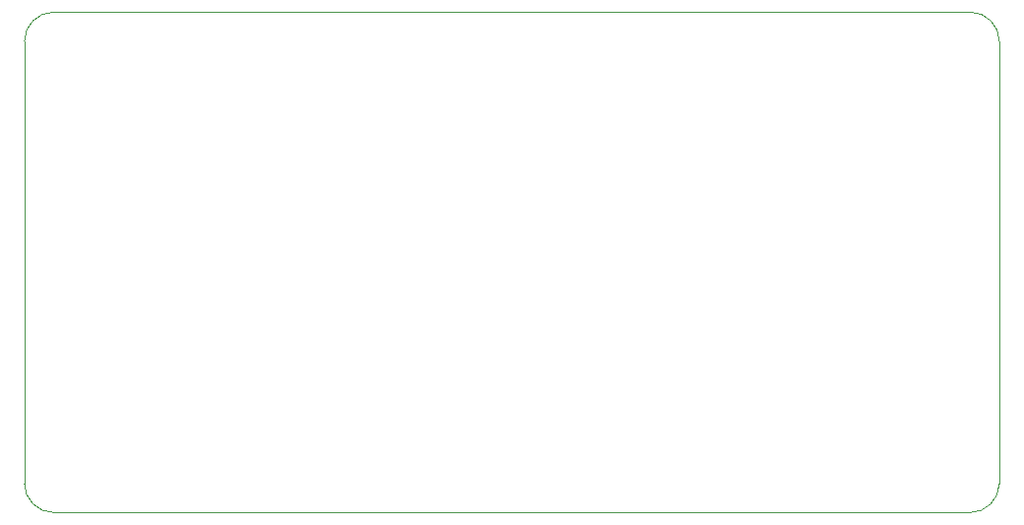
<source format=gbr>
%TF.GenerationSoftware,KiCad,Pcbnew,(6.0.6)*%
%TF.CreationDate,2022-07-15T17:58:14+10:00*%
%TF.ProjectId,SolderingInduction,536f6c64-6572-4696-9e67-496e64756374,1.0.0*%
%TF.SameCoordinates,PX8f0d180PY8f0d180*%
%TF.FileFunction,Profile,NP*%
%FSLAX46Y46*%
G04 Gerber Fmt 4.6, Leading zero omitted, Abs format (unit mm)*
G04 Created by KiCad (PCBNEW (6.0.6)) date 2022-07-15 17:58:14*
%MOMM*%
%LPD*%
G01*
G04 APERTURE LIST*
%TA.AperFunction,Profile*%
%ADD10C,0.010000*%
%TD*%
G04 APERTURE END LIST*
D10*
X40500000Y20000000D02*
G75*
G03*
X38000000Y22500000I-2500000J0D01*
G01*
X-43250000Y-18000000D02*
X-43250000Y20000000D01*
X38000000Y-20500000D02*
X-40750000Y-20500000D01*
X40500000Y20000000D02*
X40500000Y-18000000D01*
X-40750000Y22500000D02*
X38000000Y22500000D01*
X-40750000Y22500000D02*
G75*
G03*
X-43250000Y20000000I0J-2500000D01*
G01*
X38000000Y-20500000D02*
G75*
G03*
X40500000Y-18000000I0J2500000D01*
G01*
X-43250000Y-18000000D02*
G75*
G03*
X-40750000Y-20500000I2500000J0D01*
G01*
M02*

</source>
